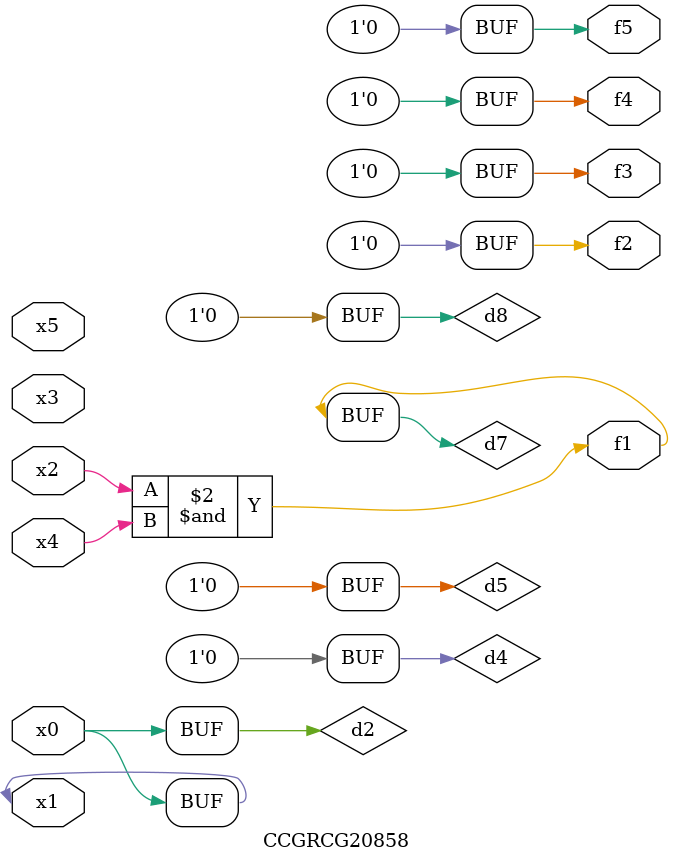
<source format=v>
module CCGRCG20858(
	input x0, x1, x2, x3, x4, x5,
	output f1, f2, f3, f4, f5
);

	wire d1, d2, d3, d4, d5, d6, d7, d8, d9;

	nand (d1, x1);
	buf (d2, x0, x1);
	nand (d3, x2, x4);
	and (d4, d1, d2);
	and (d5, d1, d2);
	nand (d6, d1, d3);
	not (d7, d3);
	xor (d8, d5);
	nor (d9, d5, d6);
	assign f1 = d7;
	assign f2 = d8;
	assign f3 = d8;
	assign f4 = d8;
	assign f5 = d8;
endmodule

</source>
